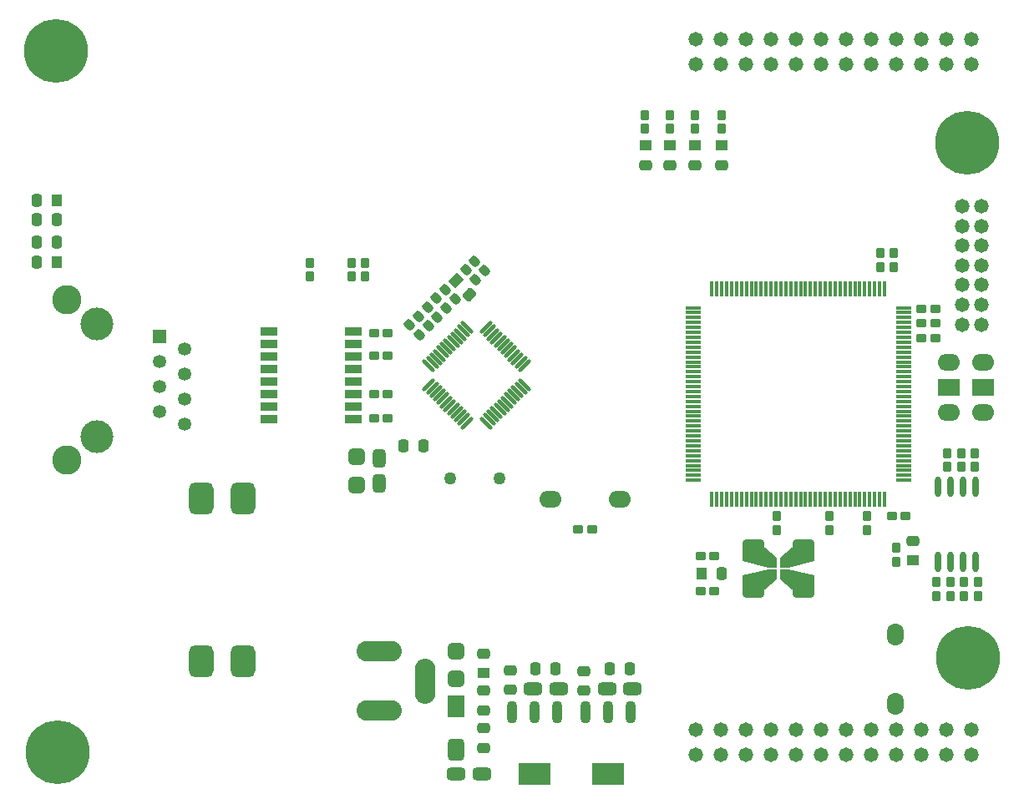
<source format=gts>
%FSTAX23Y23*%
%MOMM*%
%SFA1B1*%

%IPPOS*%
%AMD24*
4,1,8,-1.137920,0.660400,-1.137920,-0.660400,-0.660400,-1.137920,0.660400,-1.137920,1.137920,-0.660400,1.137920,0.660400,0.660400,1.137920,-0.660400,1.137920,-1.137920,0.660400,0.0*
1,1,0.956000,-0.660400,0.660400*
1,1,0.956000,-0.660400,-0.660400*
1,1,0.956000,0.660400,-0.660400*
1,1,0.956000,0.660400,0.660400*
%
%AMD28*
4,1,8,-0.200660,-0.538480,0.200660,-0.538480,0.436880,-0.299720,0.436880,0.299720,0.200660,0.538480,-0.200660,0.538480,-0.436880,0.299720,-0.436880,-0.299720,-0.200660,-0.538480,0.0*
1,1,0.476000,-0.200660,-0.299720*
1,1,0.476000,0.200660,-0.299720*
1,1,0.476000,0.200660,0.299720*
1,1,0.476000,-0.200660,0.299720*
%
%AMD29*
4,1,8,-0.538480,0.200660,-0.538480,-0.200660,-0.299720,-0.436880,0.299720,-0.436880,0.538480,-0.200660,0.538480,0.200660,0.299720,0.436880,-0.299720,0.436880,-0.538480,0.200660,0.0*
1,1,0.476000,-0.299720,0.200660*
1,1,0.476000,-0.299720,-0.200660*
1,1,0.476000,0.299720,-0.200660*
1,1,0.476000,0.299720,0.200660*
%
%AMD31*
4,1,8,-0.637540,0.248920,-0.637540,-0.248920,-0.350520,-0.538480,0.350520,-0.538480,0.637540,-0.248920,0.637540,0.248920,0.350520,0.538480,-0.350520,0.538480,-0.637540,0.248920,0.0*
1,1,0.576000,-0.350520,0.248920*
1,1,0.576000,-0.350520,-0.248920*
1,1,0.576000,0.350520,-0.248920*
1,1,0.576000,0.350520,0.248920*
%
%AMD34*
4,1,8,-0.937260,0.299720,-0.937260,-0.299720,-0.599440,-0.637540,0.599440,-0.637540,0.937260,-0.299720,0.937260,0.299720,0.599440,0.637540,-0.599440,0.637540,-0.937260,0.299720,0.0*
1,1,0.676000,-0.599440,0.299720*
1,1,0.676000,-0.599440,-0.299720*
1,1,0.676000,0.599440,-0.299720*
1,1,0.676000,0.599440,0.299720*
%
%AMD35*
4,1,8,0.248920,0.637540,-0.248920,0.637540,-0.538480,0.350520,-0.538480,-0.350520,-0.248920,-0.637540,0.248920,-0.637540,0.538480,-0.350520,0.538480,0.350520,0.248920,0.637540,0.0*
1,1,0.576000,0.248920,0.350520*
1,1,0.576000,-0.248920,0.350520*
1,1,0.576000,-0.248920,-0.350520*
1,1,0.576000,0.248920,-0.350520*
%
%AMD38*
4,1,8,0.398780,1.137920,-0.398780,1.137920,-0.838200,0.701040,-0.838200,-0.701040,-0.398780,-1.137920,0.398780,-1.137920,0.838200,-0.701040,0.838200,0.701040,0.398780,1.137920,0.0*
1,1,0.876000,0.398780,0.701040*
1,1,0.876000,-0.398780,0.701040*
1,1,0.876000,-0.398780,-0.701040*
1,1,0.876000,0.398780,-0.701040*
%
%AMD40*
4,1,8,0.838200,-0.398780,0.838200,0.398780,0.398780,0.838200,-0.398780,0.838200,-0.838200,0.398780,-0.838200,-0.398780,-0.398780,-0.838200,0.398780,-0.838200,0.838200,-0.398780,0.0*
1,1,0.876000,0.398780,-0.398780*
1,1,0.876000,0.398780,0.398780*
1,1,0.876000,-0.398780,0.398780*
1,1,0.876000,-0.398780,-0.398780*
%
%AMD41*
4,1,4,-0.325120,0.591820,-0.591820,0.325120,0.325120,-0.591820,0.591820,-0.325120,-0.325120,0.591820,0.0*
1,1,0.376000,-0.457200,0.457200*
1,1,0.376000,0.457200,-0.457200*
%
%AMD42*
4,1,4,0.591820,0.325120,0.325120,0.591820,-0.591820,-0.325120,-0.325120,-0.591820,0.591820,0.325120,0.0*
1,1,0.376000,0.457200,0.457200*
1,1,0.376000,-0.457200,-0.457200*
%
%AMD43*
4,1,8,0.299720,0.937260,-0.299720,0.937260,-0.637540,0.599440,-0.637540,-0.599440,-0.299720,-0.937260,0.299720,-0.937260,0.637540,-0.599440,0.637540,0.599440,0.299720,0.937260,0.0*
1,1,0.676000,0.299720,0.599440*
1,1,0.676000,-0.299720,0.599440*
1,1,0.676000,-0.299720,-0.599440*
1,1,0.676000,0.299720,-0.599440*
%
%AMD44*
4,1,8,0.238760,-0.523240,0.523240,-0.238760,0.520700,0.096520,0.096520,0.520700,-0.238760,0.523240,-0.523240,0.238760,-0.520700,-0.096520,-0.096520,-0.520700,0.238760,-0.523240,0.0*
1,1,0.476000,0.071120,-0.353060*
1,1,0.476000,0.353060,-0.071120*
1,1,0.476000,-0.071120,0.353060*
1,1,0.476000,-0.353060,0.071120*
%
%AMD45*
4,1,8,0.627380,0.274320,0.274320,0.627380,-0.132080,0.627380,-0.627380,0.132080,-0.627380,-0.274320,-0.274320,-0.627380,0.132080,-0.627380,0.627380,-0.132080,0.627380,0.274320,0.0*
1,1,0.576000,0.424180,0.071120*
1,1,0.576000,0.071120,0.424180*
1,1,0.576000,-0.424180,-0.071120*
1,1,0.576000,-0.071120,-0.424180*
%
%AMD46*
4,1,4,0.830580,0.071120,0.071120,0.830580,-0.830580,-0.071120,-0.071120,-0.830580,0.830580,0.071120,0.0*
%
%AMD48*
4,1,8,-0.599440,-1.638300,0.599440,-1.638300,1.236980,-1.000760,1.236980,1.000760,0.599440,1.638300,-0.599440,1.638300,-1.236980,1.000760,-1.236980,-1.000760,-0.599440,-1.638300,0.0*
1,1,1.276000,-0.599440,-1.000760*
1,1,1.276000,0.599440,-1.000760*
1,1,1.276000,0.599440,1.000760*
1,1,1.276000,-0.599440,1.000760*
%
G04~CAMADD=24~8~0.0~0.0~896.1~896.1~188.2~0.0~15~0.0~0.0~0.0~0.0~0~0.0~0.0~0.0~0.0~0~0.0~0.0~0.0~90.0~896.0~896.0*
%ADD24D24*%
%ADD25O,1.675997X2.275995*%
%ADD26R,1.545997X0.355999*%
%ADD27R,0.355999X1.545997*%
G04~CAMADD=28~8~0.0~0.0~344.9~423.6~93.7~0.0~15~0.0~0.0~0.0~0.0~0~0.0~0.0~0.0~0.0~0~0.0~0.0~0.0~180.0~346.0~424.0*
%ADD28D28*%
G04~CAMADD=29~8~0.0~0.0~344.9~423.6~93.7~0.0~15~0.0~0.0~0.0~0.0~0~0.0~0.0~0.0~0.0~0~0.0~0.0~0.0~90.0~424.0~345.0*
%ADD29D29*%
%ADD30O,0.675999X2.075996*%
G04~CAMADD=31~8~0.0~0.0~423.6~502.4~113.4~0.0~15~0.0~0.0~0.0~0.0~0~0.0~0.0~0.0~0.0~0~0.0~0.0~0.0~90.0~502.0~424.0*
%ADD31D31*%
%ADD32R,1.275997X1.075998*%
%ADD33O,2.275995X1.675997*%
G04~CAMADD=34~8~0.0~0.0~502.4~738.6~133.1~0.0~15~0.0~0.0~0.0~0.0~0~0.0~0.0~0.0~0.0~0~0.0~0.0~0.0~90.0~738.0~502.0*
%ADD34D34*%
G04~CAMADD=35~8~0.0~0.0~423.6~502.4~113.4~0.0~15~0.0~0.0~0.0~0.0~0~0.0~0.0~0.0~0.0~0~0.0~0.0~0.0~0.0~423.6~502.4*
%ADD35D35*%
%ADD36R,3.275993X2.275995*%
%ADD37O,1.075998X2.275995*%
G04~CAMADD=38~8~0.0~0.0~659.8~896.1~172.4~0.0~15~0.0~0.0~0.0~0.0~0~0.0~0.0~0.0~0.0~0~0.0~0.0~0.0~0.0~659.8~896.1*
%ADD38D38*%
%ADD39R,1.675997X2.275995*%
G04~CAMADD=40~8~0.0~0.0~659.8~659.8~172.4~0.0~15~0.0~0.0~0.0~0.0~0~0.0~0.0~0.0~0.0~0~0.0~0.0~0.0~270.0~660.0~660.0*
%ADD40D40*%
G04~CAMADD=41~3~0.0~0.0~148.0~659.8~0.0~0.0~0~0.0~0.0~0.0~0.0~0~0.0~0.0~0.0~0.0~0~0.0~0.0~0.0~45.0~510.0~510.0*
%ADD41D41*%
G04~CAMADD=42~3~0.0~0.0~148.0~659.8~0.0~0.0~0~0.0~0.0~0.0~0.0~0~0.0~0.0~0.0~0.0~0~0.0~0.0~0.0~315.0~510.0~510.0*
%ADD42D42*%
G04~CAMADD=43~8~0.0~0.0~502.4~738.6~133.1~0.0~15~0.0~0.0~0.0~0.0~0~0.0~0.0~0.0~0.0~0~0.0~0.0~0.0~0.0~502.4~738.6*
%ADD43D43*%
G04~CAMADD=44~8~0.0~0.0~344.9~423.6~93.7~0.0~15~0.0~0.0~0.0~0.0~0~0.0~0.0~0.0~0.0~0~0.0~0.0~0.0~225.0~466.0~465.0*
%ADD44D44*%
G04~CAMADD=45~8~0.0~0.0~423.6~502.4~113.4~0.0~15~0.0~0.0~0.0~0.0~0~0.0~0.0~0.0~0.0~0~0.0~0.0~0.0~315.0~562.0~560.0*
%ADD45D45*%
G04~CAMADD=46~9~0.0~0.0~423.6~502.4~0.0~0.0~0~0.0~0.0~0.0~0.0~0~0.0~0.0~0.0~0.0~0~0.0~0.0~0.0~315.0~654.0~653.0*
%ADD46D46*%
%ADD47R,1.745997X0.835998*%
G04~CAMADD=48~8~0.0~0.0~974.8~1289.8~251.2~0.0~15~0.0~0.0~0.0~0.0~0~0.0~0.0~0.0~0.0~0~0.0~0.0~0.0~180.0~976.0~1290.0*
%ADD48D48*%
%ADD49R,1.075998X1.275997*%
%ADD50C,1.275997*%
%ADD51C,6.475987*%
%ADD52C,1.475997*%
%ADD53C,1.472997*%
%ADD54R,2.275995X1.675997*%
%ADD55O,4.575991X2.075996*%
%ADD56O,2.075996X4.575991*%
%ADD57R,1.343997X1.343997*%
%ADD58C,1.343997*%
%ADD59C,3.325993*%
%ADD60C,2.970994*%
%LNksz8851-1*%
%LPD*%
G36*
X73399Y21875D02*
X75999Y22499D01*
X76799Y22499*
X768Y21517*
X75679Y20499*
X73399Y20499*
Y21875*
G37*
G36*
Y23323D02*
X75999Y22699D01*
X76799*
X768Y23681*
X75679Y24699*
X73399*
Y23323*
G37*
G36*
X80599Y21875D02*
X78Y22499D01*
X77199Y22499*
X77199Y21517*
X78319Y20499*
X80599Y20499*
Y21875*
G37*
G36*
Y23323D02*
X78Y22699D01*
X77199*
X77199Y23681*
X78319Y24699*
X80599*
Y23323*
G37*
G54D24*
X74499Y20699D03*
X79499D03*
Y24499D03*
X74499D03*
G54D25*
X88824Y08899D03*
Y15899D03*
G54D26*
X68329Y49049D03*
Y48549D03*
Y48049D03*
Y47549D03*
Y47049D03*
Y46549D03*
Y46049D03*
Y45549D03*
Y45049D03*
Y44549D03*
Y44049D03*
Y43549D03*
Y43049D03*
Y42549D03*
Y42049D03*
Y41549D03*
Y41049D03*
Y40549D03*
Y40049D03*
Y39549D03*
Y39049D03*
Y38549D03*
Y38049D03*
Y37549D03*
Y37049D03*
Y36549D03*
Y36049D03*
Y35549D03*
Y35049D03*
Y34549D03*
Y34049D03*
Y33549D03*
Y33049D03*
Y32549D03*
Y32049D03*
Y31549D03*
X89669D03*
Y32049D03*
Y32549D03*
Y33049D03*
Y33549D03*
Y34049D03*
Y34549D03*
Y35049D03*
Y35549D03*
Y36049D03*
Y36549D03*
Y37049D03*
Y37549D03*
Y38049D03*
Y38549D03*
Y39049D03*
Y39549D03*
Y40049D03*
Y40549D03*
Y41049D03*
Y41549D03*
Y42049D03*
Y42549D03*
Y43049D03*
Y43549D03*
Y44049D03*
Y44549D03*
Y45049D03*
Y45549D03*
Y46049D03*
Y46549D03*
Y47049D03*
Y47549D03*
Y48049D03*
Y48549D03*
Y49049D03*
G54D27*
X70249Y29629D03*
X70749D03*
X71249D03*
X71749D03*
X72249D03*
X72749D03*
X73249D03*
X73749D03*
X74249D03*
X74749D03*
X75249D03*
X75749D03*
X76249D03*
X76749D03*
X77249D03*
X77749D03*
X78249D03*
X78749D03*
X79249D03*
X79749D03*
X80249D03*
X80749D03*
X81249D03*
X81749D03*
X82249D03*
X82749D03*
X83249D03*
X83749D03*
X84249D03*
X84749D03*
X85249D03*
X85749D03*
X86249D03*
X86749D03*
X87249D03*
X87749D03*
Y50969D03*
X87249D03*
X86749D03*
X86249D03*
X85749D03*
X85249D03*
X84749D03*
X84249D03*
X83749D03*
X83249D03*
X82749D03*
X82249D03*
X81749D03*
X81249D03*
X80749D03*
X80249D03*
X79749D03*
X79249D03*
X78749D03*
X78249D03*
X77749D03*
X77249D03*
X76749D03*
X76249D03*
X75749D03*
X75249D03*
X74749D03*
X74249D03*
X73749D03*
X73249D03*
X72749D03*
X72249D03*
X71749D03*
X71249D03*
X70749D03*
X70249D03*
G54D28*
X87299Y54599D03*
Y53199D03*
X96899Y32899D03*
Y34299D03*
X88699Y53199D03*
Y54599D03*
X95499Y32899D03*
Y34299D03*
X94099Y32899D03*
Y34299D03*
X97199Y19799D03*
Y21199D03*
X95799Y19799D03*
Y21199D03*
X94399Y19799D03*
Y21199D03*
X92999D03*
Y19799D03*
X889Y23299D03*
Y24699D03*
X85999Y27899D03*
Y26499D03*
X82199Y27899D03*
Y26499D03*
X76799Y27899D03*
Y26499D03*
X71199Y67199D03*
Y68599D03*
X68499Y67199D03*
Y68599D03*
X65999Y67199D03*
Y68599D03*
X63449Y67199D03*
Y68599D03*
X35099Y53599D03*
Y52199D03*
X33699D03*
Y53599D03*
X29499Y52199D03*
Y53599D03*
G54D29*
X929Y45999D03*
X915D03*
X92899Y47499D03*
X91499D03*
X92899Y48899D03*
X91499D03*
X89899Y27899D03*
X88499D03*
X70499Y20299D03*
X69099D03*
Y23899D03*
X70499D03*
X58099Y26599D03*
X56699D03*
X37399Y37799D03*
X35999D03*
X37399Y40299D03*
X35999D03*
Y44199D03*
X37399D03*
X35999Y46499D03*
X37399D03*
G54D30*
X94464Y23299D03*
X97004D03*
X95734D03*
X94464Y30899D03*
X95734D03*
X93194D03*
X97004D03*
X93194Y23299D03*
G54D31*
X90599Y254D03*
X65999Y635D03*
X68499D03*
X635D03*
X57299Y10199D03*
Y12199D03*
X49799Y12299D03*
Y10299D03*
X47099Y13999D03*
Y08199D03*
Y10199D03*
Y06399D03*
Y04399D03*
X71249Y635D03*
G54D32*
X90599Y23399D03*
X65999Y65499D03*
X68499D03*
X635D03*
X47099Y11999D03*
X71249Y65499D03*
G54D33*
X53899Y29599D03*
X60899D03*
X94299Y43539D03*
Y38459D03*
X97699D03*
Y43539D03*
G54D34*
X59599Y10399D03*
X62199D03*
X54699D03*
X52099D03*
X44299Y01799D03*
X46899D03*
G54D35*
X61899Y12399D03*
X59899D03*
X52399D03*
X54399D03*
X38999Y35049D03*
X40999D03*
X01849Y55699D03*
X03849D03*
X01849Y57949D03*
X03849D03*
X01849Y53699D03*
Y59949D03*
X71199Y22099D03*
G54D36*
X59699Y01799D03*
X52299D03*
G54D37*
X57399Y07999D03*
X59699D03*
X61999D03*
X49999D03*
X52299D03*
X54599D03*
G54D38*
X44299Y04199D03*
G54D39*
X44299Y08599D03*
G54D40*
X44299Y14201D03*
Y11401D03*
X34199Y31099D03*
Y33899D03*
G54D41*
X45445Y47043D03*
X45091Y4669D03*
X44738Y46336D03*
X44384Y45982D03*
X44031Y45629D03*
X43677Y45275D03*
X43324Y44922D03*
X4297Y44568D03*
X42616Y44215D03*
X42263Y43861D03*
X41909Y43508D03*
X41556Y43154D03*
X47354Y37356D03*
X47708Y37709D03*
X48061Y38063D03*
X48415Y38416D03*
X48768Y3877D03*
X49122Y39124D03*
X49475Y39477D03*
X49829Y39831D03*
X50182Y40184D03*
X50536Y40538D03*
X5089Y40891D03*
X51243Y41245D03*
G54D42*
X41556Y41245D03*
X41909Y40891D03*
X42263Y40538D03*
X42616Y40184D03*
X4297Y39831D03*
X43324Y39477D03*
X43677Y39124D03*
X44031Y3877D03*
X44384Y38416D03*
X44738Y38063D03*
X45091Y37709D03*
X45445Y37356D03*
X51243Y43154D03*
X5089Y43508D03*
X50536Y43861D03*
X50182Y44215D03*
X49829Y44568D03*
X49475Y44922D03*
X49122Y45275D03*
X48768Y45629D03*
X48415Y45982D03*
X48061Y46336D03*
X47708Y4669D03*
X47354Y47043D03*
G54D43*
X36499Y33799D03*
Y31199D03*
G54D44*
X40594Y46304D03*
X39604Y47294D03*
X41494Y47204D03*
X40504Y48194D03*
X42394Y48104D03*
X41404Y49094D03*
X43294Y49004D03*
X42304Y49994D03*
X44194Y49904D03*
X43204Y50894D03*
X45304Y52894D03*
X46294Y51904D03*
X46205Y53794D03*
X47194Y52804D03*
G54D45*
X45707Y50392D03*
G54D46*
X44292Y51807D03*
G54D47*
X33864Y37754D03*
Y39024D03*
Y40294D03*
Y41564D03*
Y42834D03*
Y44104D03*
Y45374D03*
Y46644D03*
X25334D03*
Y45374D03*
Y44104D03*
Y42834D03*
Y41564D03*
Y40294D03*
Y39024D03*
Y37754D03*
G54D48*
X18499Y13199D03*
X22699D03*
X18499Y29699D03*
X22699D03*
G54D49*
X03849Y53699D03*
Y59949D03*
X69199Y22099D03*
G54D50*
X48749Y3175D03*
X43749D03*
G54D51*
X96099Y65799D03*
X03799Y75099D03*
X96199Y13499D03*
X03899Y03999D03*
G54D52*
X68655Y03729D03*
X71195D03*
X73735D03*
X76275D03*
X78815D03*
X81355D03*
X83895D03*
X86435D03*
X88975D03*
X91515D03*
X94055D03*
X96595D03*
X68655Y06269D03*
X71195D03*
X73735D03*
X76275D03*
X78815D03*
X81355D03*
X83895D03*
X86435D03*
X88975D03*
X91515D03*
X94055D03*
X96595D03*
X68655Y73704D03*
X71195D03*
X73735D03*
X76275D03*
X78815D03*
X81355D03*
X83895D03*
X86435D03*
X88975D03*
X91515D03*
X94055D03*
X96595D03*
X68655Y76244D03*
X71195D03*
X73735D03*
X76275D03*
X78815D03*
X81355D03*
X83895D03*
X86435D03*
X88975D03*
X91515D03*
X94055D03*
X96595D03*
G54D53*
X97604Y47345D03*
X95604D03*
X97604Y49345D03*
X95604D03*
X97604Y51345D03*
X95604D03*
X97604Y53345D03*
X95604D03*
X97604Y55345D03*
X95604D03*
X97604Y57345D03*
X95604D03*
X97604Y59345D03*
X95604D03*
G54D54*
X94299Y40999D03*
X97699D03*
G54D55*
X36499Y14199D03*
Y08199D03*
G54D56*
X41199Y11199D03*
G54D57*
X14249Y46144D03*
G54D58*
X16789Y44874D03*
X14249Y43604D03*
X16789Y42334D03*
X14249Y41064D03*
X16789Y39794D03*
X14249Y38524D03*
X16789Y37254D03*
G54D59*
X07899Y35984D03*
Y47414D03*
G54D60*
X04849Y49824D03*
Y33574D03*
M02*
</source>
